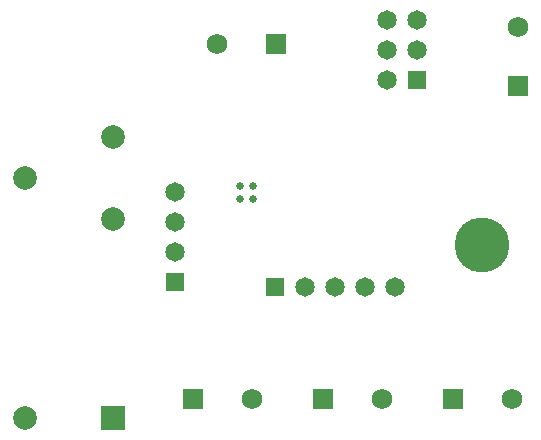
<source format=gbs>
G04*
G04 #@! TF.GenerationSoftware,Altium Limited,Altium Designer,21.6.1 (37)*
G04*
G04 Layer_Color=16711935*
%FSLAX25Y25*%
%MOIN*%
G70*
G04*
G04 #@! TF.SameCoordinates,35447041-0B5E-4321-A350-582B76B9CE47*
G04*
G04*
G04 #@! TF.FilePolarity,Negative*
G04*
G01*
G75*
%ADD29R,0.06496X0.06496*%
%ADD31R,0.06890X0.06890*%
%ADD32C,0.06890*%
%ADD33R,0.06890X0.06890*%
%ADD34C,0.07874*%
%ADD35R,0.07874X0.07874*%
%ADD36C,0.06496*%
%ADD37R,0.06496X0.06496*%
%ADD38C,0.18307*%
%ADD39C,0.02559*%
D29*
X62992Y58740D02*
D03*
X143701Y125827D02*
D03*
D31*
X68898Y19685D02*
D03*
X112205D02*
D03*
X155512D02*
D03*
X96457Y137795D02*
D03*
D32*
X88583Y19685D02*
D03*
X131890D02*
D03*
X175197D02*
D03*
X177165Y143701D02*
D03*
X76772Y137795D02*
D03*
D33*
X177165Y124016D02*
D03*
D34*
X12795Y13366D02*
D03*
X42323Y107067D02*
D03*
Y79508D02*
D03*
X12795Y93287D02*
D03*
D35*
X42323Y13366D02*
D03*
D36*
X62992Y88740D02*
D03*
Y78740D02*
D03*
Y68740D02*
D03*
X136299Y57087D02*
D03*
X126299D02*
D03*
X116299D02*
D03*
X106299D02*
D03*
X133701Y125827D02*
D03*
X143701Y135827D02*
D03*
X133701D02*
D03*
X143701Y145827D02*
D03*
X133701D02*
D03*
D37*
X96299Y57087D02*
D03*
D38*
X165354Y70866D02*
D03*
D39*
X88779Y86417D02*
D03*
X84449D02*
D03*
X88779Y90748D02*
D03*
X84449D02*
D03*
M02*

</source>
